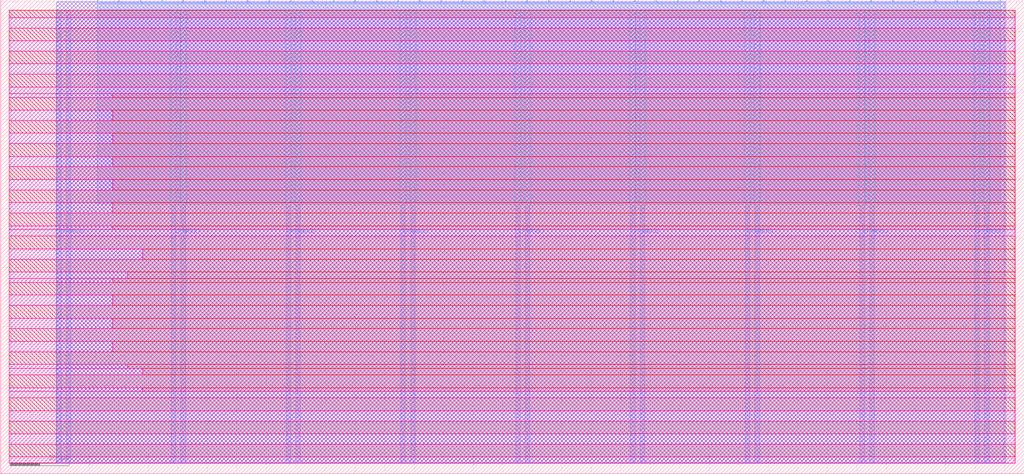
<source format=lef>
VERSION 5.7 ;
  NOWIREEXTENSIONATPIN ON ;
  DIVIDERCHAR "/" ;
  BUSBITCHARS "[]" ;
MACRO tt_um_algofoogle_vgaringosc
  CLASS BLOCK ;
  FOREIGN tt_um_algofoogle_vgaringosc ;
  ORIGIN 0.000 0.000 ;
  SIZE 346.640 BY 160.720 ;
  PIN VGND
    DIRECTION INOUT ;
    USE GROUND ;
    PORT
      LAYER Metal4 ;
        RECT 22.180 3.620 23.780 157.100 ;
    END
    PORT
      LAYER Metal4 ;
        RECT 61.050 3.620 62.650 157.100 ;
    END
    PORT
      LAYER Metal4 ;
        RECT 99.920 3.620 101.520 157.100 ;
    END
    PORT
      LAYER Metal4 ;
        RECT 138.790 3.620 140.390 157.100 ;
    END
    PORT
      LAYER Metal4 ;
        RECT 177.660 3.620 179.260 157.100 ;
    END
    PORT
      LAYER Metal4 ;
        RECT 216.530 3.620 218.130 157.100 ;
    END
    PORT
      LAYER Metal4 ;
        RECT 255.400 3.620 257.000 157.100 ;
    END
    PORT
      LAYER Metal4 ;
        RECT 294.270 3.620 295.870 157.100 ;
    END
    PORT
      LAYER Metal4 ;
        RECT 333.140 3.620 334.740 157.100 ;
    END
  END VGND
  PIN VPWR
    DIRECTION INOUT ;
    USE POWER ;
    PORT
      LAYER Metal4 ;
        RECT 18.880 3.620 20.480 157.100 ;
    END
    PORT
      LAYER Metal4 ;
        RECT 57.750 3.620 59.350 157.100 ;
    END
    PORT
      LAYER Metal4 ;
        RECT 96.620 3.620 98.220 157.100 ;
    END
    PORT
      LAYER Metal4 ;
        RECT 135.490 3.620 137.090 157.100 ;
    END
    PORT
      LAYER Metal4 ;
        RECT 174.360 3.620 175.960 157.100 ;
    END
    PORT
      LAYER Metal4 ;
        RECT 213.230 3.620 214.830 157.100 ;
    END
    PORT
      LAYER Metal4 ;
        RECT 252.100 3.620 253.700 157.100 ;
    END
    PORT
      LAYER Metal4 ;
        RECT 290.970 3.620 292.570 157.100 ;
    END
    PORT
      LAYER Metal4 ;
        RECT 329.840 3.620 331.440 157.100 ;
    END
  END VPWR
  PIN clk
    DIRECTION INPUT ;
    USE SIGNAL ;
    ANTENNAGATEAREA 4.738000 ;
    PORT
      LAYER Metal4 ;
        RECT 331.090 159.720 331.390 160.720 ;
    END
  END clk
  PIN ena
    DIRECTION INPUT ;
    USE SIGNAL ;
    ANTENNAGATEAREA 0.396000 ;
    PORT
      LAYER Metal4 ;
        RECT 338.370 159.720 338.670 160.720 ;
    END
  END ena
  PIN rst_n
    DIRECTION INPUT ;
    USE SIGNAL ;
    ANTENNAGATEAREA 1.183000 ;
    PORT
      LAYER Metal4 ;
        RECT 323.810 159.720 324.110 160.720 ;
    END
  END rst_n
  PIN ui_in[0]
    DIRECTION INPUT ;
    USE SIGNAL ;
    ANTENNAGATEAREA 1.183000 ;
    PORT
      LAYER Metal4 ;
        RECT 316.530 159.720 316.830 160.720 ;
    END
  END ui_in[0]
  PIN ui_in[1]
    DIRECTION INPUT ;
    USE SIGNAL ;
    ANTENNAGATEAREA 0.498500 ;
    PORT
      LAYER Metal4 ;
        RECT 309.250 159.720 309.550 160.720 ;
    END
  END ui_in[1]
  PIN ui_in[2]
    DIRECTION INPUT ;
    USE SIGNAL ;
    ANTENNAGATEAREA 0.498500 ;
    PORT
      LAYER Metal4 ;
        RECT 301.970 159.720 302.270 160.720 ;
    END
  END ui_in[2]
  PIN ui_in[3]
    DIRECTION INPUT ;
    USE SIGNAL ;
    ANTENNAGATEAREA 0.396000 ;
    PORT
      LAYER Metal4 ;
        RECT 294.690 159.720 294.990 160.720 ;
    END
  END ui_in[3]
  PIN ui_in[4]
    DIRECTION INPUT ;
    USE SIGNAL ;
    ANTENNAGATEAREA 0.396000 ;
    PORT
      LAYER Metal4 ;
        RECT 287.410 159.720 287.710 160.720 ;
    END
  END ui_in[4]
  PIN ui_in[5]
    DIRECTION INPUT ;
    USE SIGNAL ;
    PORT
      LAYER Metal4 ;
        RECT 280.130 159.720 280.430 160.720 ;
    END
  END ui_in[5]
  PIN ui_in[6]
    DIRECTION INPUT ;
    USE SIGNAL ;
    PORT
      LAYER Metal4 ;
        RECT 272.850 159.720 273.150 160.720 ;
    END
  END ui_in[6]
  PIN ui_in[7]
    DIRECTION INPUT ;
    USE SIGNAL ;
    ANTENNAGATEAREA 1.102000 ;
    PORT
      LAYER Metal4 ;
        RECT 265.570 159.720 265.870 160.720 ;
    END
  END ui_in[7]
  PIN uio_in[0]
    DIRECTION INPUT ;
    USE SIGNAL ;
    ANTENNAGATEAREA 0.396000 ;
    PORT
      LAYER Metal4 ;
        RECT 258.290 159.720 258.590 160.720 ;
    END
  END uio_in[0]
  PIN uio_in[1]
    DIRECTION INPUT ;
    USE SIGNAL ;
    ANTENNAGATEAREA 0.741000 ;
    PORT
      LAYER Metal4 ;
        RECT 251.010 159.720 251.310 160.720 ;
    END
  END uio_in[1]
  PIN uio_in[2]
    DIRECTION INPUT ;
    USE SIGNAL ;
    PORT
      LAYER Metal4 ;
        RECT 243.730 159.720 244.030 160.720 ;
    END
  END uio_in[2]
  PIN uio_in[3]
    DIRECTION INPUT ;
    USE SIGNAL ;
    PORT
      LAYER Metal4 ;
        RECT 236.450 159.720 236.750 160.720 ;
    END
  END uio_in[3]
  PIN uio_in[4]
    DIRECTION INPUT ;
    USE SIGNAL ;
    PORT
      LAYER Metal4 ;
        RECT 229.170 159.720 229.470 160.720 ;
    END
  END uio_in[4]
  PIN uio_in[5]
    DIRECTION INPUT ;
    USE SIGNAL ;
    PORT
      LAYER Metal4 ;
        RECT 221.890 159.720 222.190 160.720 ;
    END
  END uio_in[5]
  PIN uio_in[6]
    DIRECTION INPUT ;
    USE SIGNAL ;
    PORT
      LAYER Metal4 ;
        RECT 214.610 159.720 214.910 160.720 ;
    END
  END uio_in[6]
  PIN uio_in[7]
    DIRECTION INPUT ;
    USE SIGNAL ;
    PORT
      LAYER Metal4 ;
        RECT 207.330 159.720 207.630 160.720 ;
    END
  END uio_in[7]
  PIN uio_oe[0]
    DIRECTION OUTPUT ;
    USE SIGNAL ;
    ANTENNADIFFAREA 0.360800 ;
    PORT
      LAYER Metal4 ;
        RECT 83.570 159.720 83.870 160.720 ;
    END
  END uio_oe[0]
  PIN uio_oe[1]
    DIRECTION OUTPUT ;
    USE SIGNAL ;
    ANTENNADIFFAREA 0.360800 ;
    PORT
      LAYER Metal4 ;
        RECT 76.290 159.720 76.590 160.720 ;
    END
  END uio_oe[1]
  PIN uio_oe[2]
    DIRECTION OUTPUT ;
    USE SIGNAL ;
    ANTENNADIFFAREA 0.360800 ;
    PORT
      LAYER Metal4 ;
        RECT 69.010 159.720 69.310 160.720 ;
    END
  END uio_oe[2]
  PIN uio_oe[3]
    DIRECTION OUTPUT ;
    USE SIGNAL ;
    ANTENNADIFFAREA 0.360800 ;
    PORT
      LAYER Metal4 ;
        RECT 61.730 159.720 62.030 160.720 ;
    END
  END uio_oe[3]
  PIN uio_oe[4]
    DIRECTION OUTPUT ;
    USE SIGNAL ;
    ANTENNADIFFAREA 0.536800 ;
    PORT
      LAYER Metal4 ;
        RECT 54.450 159.720 54.750 160.720 ;
    END
  END uio_oe[4]
  PIN uio_oe[5]
    DIRECTION OUTPUT ;
    USE SIGNAL ;
    ANTENNADIFFAREA 0.536800 ;
    PORT
      LAYER Metal4 ;
        RECT 47.170 159.720 47.470 160.720 ;
    END
  END uio_oe[5]
  PIN uio_oe[6]
    DIRECTION OUTPUT ;
    USE SIGNAL ;
    ANTENNADIFFAREA 0.536800 ;
    PORT
      LAYER Metal4 ;
        RECT 39.890 159.720 40.190 160.720 ;
    END
  END uio_oe[6]
  PIN uio_oe[7]
    DIRECTION OUTPUT ;
    USE SIGNAL ;
    ANTENNADIFFAREA 0.536800 ;
    PORT
      LAYER Metal4 ;
        RECT 32.610 159.720 32.910 160.720 ;
    END
  END uio_oe[7]
  PIN uio_out[0]
    DIRECTION OUTPUT ;
    USE SIGNAL ;
    ANTENNADIFFAREA 0.360800 ;
    PORT
      LAYER Metal4 ;
        RECT 141.810 159.720 142.110 160.720 ;
    END
  END uio_out[0]
  PIN uio_out[1]
    DIRECTION OUTPUT ;
    USE SIGNAL ;
    ANTENNADIFFAREA 0.360800 ;
    PORT
      LAYER Metal4 ;
        RECT 134.530 159.720 134.830 160.720 ;
    END
  END uio_out[1]
  PIN uio_out[2]
    DIRECTION OUTPUT ;
    USE SIGNAL ;
    ANTENNADIFFAREA 0.360800 ;
    PORT
      LAYER Metal4 ;
        RECT 127.250 159.720 127.550 160.720 ;
    END
  END uio_out[2]
  PIN uio_out[3]
    DIRECTION OUTPUT ;
    USE SIGNAL ;
    ANTENNADIFFAREA 0.360800 ;
    PORT
      LAYER Metal4 ;
        RECT 119.970 159.720 120.270 160.720 ;
    END
  END uio_out[3]
  PIN uio_out[4]
    DIRECTION OUTPUT ;
    USE SIGNAL ;
    ANTENNADIFFAREA 0.897600 ;
    PORT
      LAYER Metal4 ;
        RECT 112.690 159.720 112.990 160.720 ;
    END
  END uio_out[4]
  PIN uio_out[5]
    DIRECTION OUTPUT ;
    USE SIGNAL ;
    ANTENNAGATEAREA 2.504500 ;
    ANTENNADIFFAREA 2.604400 ;
    PORT
      LAYER Metal4 ;
        RECT 105.410 159.720 105.710 160.720 ;
    END
  END uio_out[5]
  PIN uio_out[6]
    DIRECTION OUTPUT ;
    USE SIGNAL ;
    ANTENNAGATEAREA 1.555500 ;
    ANTENNADIFFAREA 2.604400 ;
    PORT
      LAYER Metal4 ;
        RECT 98.130 159.720 98.430 160.720 ;
    END
  END uio_out[6]
  PIN uio_out[7]
    DIRECTION OUTPUT ;
    USE SIGNAL ;
    ANTENNAGATEAREA 1.598000 ;
    ANTENNADIFFAREA 2.604400 ;
    PORT
      LAYER Metal4 ;
        RECT 90.850 159.720 91.150 160.720 ;
    END
  END uio_out[7]
  PIN uo_out[0]
    DIRECTION OUTPUT ;
    USE SIGNAL ;
    ANTENNADIFFAREA 3.879200 ;
    PORT
      LAYER Metal4 ;
        RECT 200.050 159.720 200.350 160.720 ;
    END
  END uo_out[0]
  PIN uo_out[1]
    DIRECTION OUTPUT ;
    USE SIGNAL ;
    ANTENNADIFFAREA 3.879200 ;
    PORT
      LAYER Metal4 ;
        RECT 192.770 159.720 193.070 160.720 ;
    END
  END uo_out[1]
  PIN uo_out[2]
    DIRECTION OUTPUT ;
    USE SIGNAL ;
    ANTENNADIFFAREA 3.879200 ;
    PORT
      LAYER Metal4 ;
        RECT 185.490 159.720 185.790 160.720 ;
    END
  END uo_out[2]
  PIN uo_out[3]
    DIRECTION OUTPUT ;
    USE SIGNAL ;
    ANTENNADIFFAREA 1.986000 ;
    PORT
      LAYER Metal4 ;
        RECT 178.210 159.720 178.510 160.720 ;
    END
  END uo_out[3]
  PIN uo_out[4]
    DIRECTION OUTPUT ;
    USE SIGNAL ;
    ANTENNADIFFAREA 3.879200 ;
    PORT
      LAYER Metal4 ;
        RECT 170.930 159.720 171.230 160.720 ;
    END
  END uo_out[4]
  PIN uo_out[5]
    DIRECTION OUTPUT ;
    USE SIGNAL ;
    ANTENNADIFFAREA 3.879200 ;
    PORT
      LAYER Metal4 ;
        RECT 163.650 159.720 163.950 160.720 ;
    END
  END uo_out[5]
  PIN uo_out[6]
    DIRECTION OUTPUT ;
    USE SIGNAL ;
    ANTENNADIFFAREA 3.879200 ;
    PORT
      LAYER Metal4 ;
        RECT 156.370 159.720 156.670 160.720 ;
    END
  END uo_out[6]
  PIN uo_out[7]
    DIRECTION OUTPUT ;
    USE SIGNAL ;
    ANTENNADIFFAREA 1.986000 ;
    PORT
      LAYER Metal4 ;
        RECT 149.090 159.720 149.390 160.720 ;
    END
  END uo_out[7]
  OBS
      LAYER Nwell ;
        RECT 2.930 154.640 343.710 157.230 ;
      LAYER Pwell ;
        RECT 2.930 151.120 343.710 154.640 ;
      LAYER Nwell ;
        RECT 2.930 146.800 343.710 151.120 ;
      LAYER Pwell ;
        RECT 2.930 143.280 343.710 146.800 ;
      LAYER Nwell ;
        RECT 2.930 138.960 343.710 143.280 ;
      LAYER Pwell ;
        RECT 2.930 135.440 343.710 138.960 ;
      LAYER Nwell ;
        RECT 2.930 131.120 343.710 135.440 ;
      LAYER Pwell ;
        RECT 2.930 128.930 343.710 131.120 ;
        RECT 2.930 127.600 37.950 128.930 ;
      LAYER Nwell ;
        RECT 37.950 127.600 343.710 128.930 ;
        RECT 2.930 123.280 343.710 127.600 ;
      LAYER Pwell ;
        RECT 2.930 119.760 37.950 123.280 ;
      LAYER Nwell ;
        RECT 37.950 119.760 343.710 123.280 ;
        RECT 2.930 115.440 343.710 119.760 ;
      LAYER Pwell ;
        RECT 2.930 111.920 37.950 115.440 ;
      LAYER Nwell ;
        RECT 37.950 111.920 343.710 115.440 ;
        RECT 2.930 107.600 343.710 111.920 ;
      LAYER Pwell ;
        RECT 2.930 104.080 37.950 107.600 ;
      LAYER Nwell ;
        RECT 37.950 104.080 343.710 107.600 ;
        RECT 2.930 99.760 343.710 104.080 ;
      LAYER Pwell ;
        RECT 2.930 96.240 37.950 99.760 ;
      LAYER Nwell ;
        RECT 37.950 96.240 343.710 99.760 ;
        RECT 2.930 91.920 343.710 96.240 ;
      LAYER Pwell ;
        RECT 2.930 88.400 37.950 91.920 ;
      LAYER Nwell ;
        RECT 37.950 88.400 343.710 91.920 ;
        RECT 2.930 84.080 343.710 88.400 ;
      LAYER Pwell ;
        RECT 2.930 82.750 37.950 84.080 ;
      LAYER Nwell ;
        RECT 37.950 82.750 343.710 84.080 ;
      LAYER Pwell ;
        RECT 2.930 80.560 343.710 82.750 ;
      LAYER Nwell ;
        RECT 2.930 76.240 343.710 80.560 ;
      LAYER Pwell ;
        RECT 2.930 72.720 48.030 76.240 ;
      LAYER Nwell ;
        RECT 48.030 72.720 343.710 76.240 ;
        RECT 2.930 68.400 343.710 72.720 ;
      LAYER Pwell ;
        RECT 2.930 66.210 42.990 68.400 ;
      LAYER Nwell ;
        RECT 42.990 66.210 343.710 68.400 ;
      LAYER Pwell ;
        RECT 2.930 64.880 37.950 66.210 ;
      LAYER Nwell ;
        RECT 37.950 64.880 343.710 66.210 ;
        RECT 2.930 60.560 343.710 64.880 ;
      LAYER Pwell ;
        RECT 2.930 57.040 37.950 60.560 ;
      LAYER Nwell ;
        RECT 37.950 57.040 343.710 60.560 ;
        RECT 2.930 52.720 343.710 57.040 ;
      LAYER Pwell ;
        RECT 2.930 49.200 37.950 52.720 ;
      LAYER Nwell ;
        RECT 37.950 49.200 343.710 52.720 ;
        RECT 2.930 44.880 343.710 49.200 ;
      LAYER Pwell ;
        RECT 2.930 41.360 37.950 44.880 ;
      LAYER Nwell ;
        RECT 37.950 41.360 343.710 44.880 ;
        RECT 2.930 37.040 343.710 41.360 ;
      LAYER Pwell ;
        RECT 2.930 35.710 42.990 37.040 ;
      LAYER Nwell ;
        RECT 42.990 35.710 343.710 37.040 ;
      LAYER Pwell ;
        RECT 2.930 33.520 48.030 35.710 ;
      LAYER Nwell ;
        RECT 48.030 33.520 343.710 35.710 ;
        RECT 2.930 29.200 343.710 33.520 ;
      LAYER Pwell ;
        RECT 2.930 27.870 48.030 29.200 ;
      LAYER Nwell ;
        RECT 48.030 27.870 343.710 29.200 ;
      LAYER Pwell ;
        RECT 2.930 25.680 343.710 27.870 ;
      LAYER Nwell ;
        RECT 2.930 21.360 343.710 25.680 ;
      LAYER Pwell ;
        RECT 2.930 17.840 343.710 21.360 ;
      LAYER Nwell ;
        RECT 2.930 13.520 343.710 17.840 ;
      LAYER Pwell ;
        RECT 2.930 10.000 343.710 13.520 ;
      LAYER Nwell ;
        RECT 2.930 5.680 343.710 10.000 ;
      LAYER Pwell ;
        RECT 2.930 3.490 343.710 5.680 ;
      LAYER Metal1 ;
        RECT 3.360 3.620 343.280 157.100 ;
      LAYER Metal2 ;
        RECT 19.020 3.730 340.340 160.070 ;
      LAYER Metal3 ;
        RECT 18.970 3.780 339.830 160.020 ;
      LAYER Metal4 ;
        RECT 33.210 159.420 39.590 159.720 ;
        RECT 40.490 159.420 46.870 159.720 ;
        RECT 47.770 159.420 54.150 159.720 ;
        RECT 55.050 159.420 61.430 159.720 ;
        RECT 62.330 159.420 68.710 159.720 ;
        RECT 69.610 159.420 75.990 159.720 ;
        RECT 76.890 159.420 83.270 159.720 ;
        RECT 84.170 159.420 90.550 159.720 ;
        RECT 91.450 159.420 97.830 159.720 ;
        RECT 98.730 159.420 105.110 159.720 ;
        RECT 106.010 159.420 112.390 159.720 ;
        RECT 113.290 159.420 119.670 159.720 ;
        RECT 120.570 159.420 126.950 159.720 ;
        RECT 127.850 159.420 134.230 159.720 ;
        RECT 135.130 159.420 141.510 159.720 ;
        RECT 142.410 159.420 148.790 159.720 ;
        RECT 149.690 159.420 156.070 159.720 ;
        RECT 156.970 159.420 163.350 159.720 ;
        RECT 164.250 159.420 170.630 159.720 ;
        RECT 171.530 159.420 177.910 159.720 ;
        RECT 178.810 159.420 185.190 159.720 ;
        RECT 186.090 159.420 192.470 159.720 ;
        RECT 193.370 159.420 199.750 159.720 ;
        RECT 200.650 159.420 207.030 159.720 ;
        RECT 207.930 159.420 214.310 159.720 ;
        RECT 215.210 159.420 221.590 159.720 ;
        RECT 222.490 159.420 228.870 159.720 ;
        RECT 229.770 159.420 236.150 159.720 ;
        RECT 237.050 159.420 243.430 159.720 ;
        RECT 244.330 159.420 250.710 159.720 ;
        RECT 251.610 159.420 257.990 159.720 ;
        RECT 258.890 159.420 265.270 159.720 ;
        RECT 266.170 159.420 272.550 159.720 ;
        RECT 273.450 159.420 279.830 159.720 ;
        RECT 280.730 159.420 287.110 159.720 ;
        RECT 288.010 159.420 294.390 159.720 ;
        RECT 295.290 159.420 301.670 159.720 ;
        RECT 302.570 159.420 308.950 159.720 ;
        RECT 309.850 159.420 316.230 159.720 ;
        RECT 317.130 159.420 323.510 159.720 ;
        RECT 324.410 159.420 330.790 159.720 ;
        RECT 331.690 159.420 338.070 159.720 ;
        RECT 32.620 157.400 338.660 159.420 ;
        RECT 32.620 91.370 57.450 157.400 ;
        RECT 59.650 91.370 60.750 157.400 ;
        RECT 62.950 91.370 96.320 157.400 ;
        RECT 98.520 91.370 99.620 157.400 ;
        RECT 101.820 91.370 135.190 157.400 ;
        RECT 137.390 91.370 138.490 157.400 ;
        RECT 140.690 91.370 174.060 157.400 ;
        RECT 176.260 91.370 177.360 157.400 ;
        RECT 179.560 91.370 212.930 157.400 ;
        RECT 215.130 91.370 216.230 157.400 ;
        RECT 218.430 91.370 251.800 157.400 ;
        RECT 254.000 91.370 255.100 157.400 ;
        RECT 257.300 91.370 290.670 157.400 ;
        RECT 292.870 91.370 293.970 157.400 ;
        RECT 296.170 91.370 329.540 157.400 ;
        RECT 331.740 91.370 332.840 157.400 ;
        RECT 335.040 91.370 338.660 157.400 ;
  END
END tt_um_algofoogle_vgaringosc
END LIBRARY


</source>
